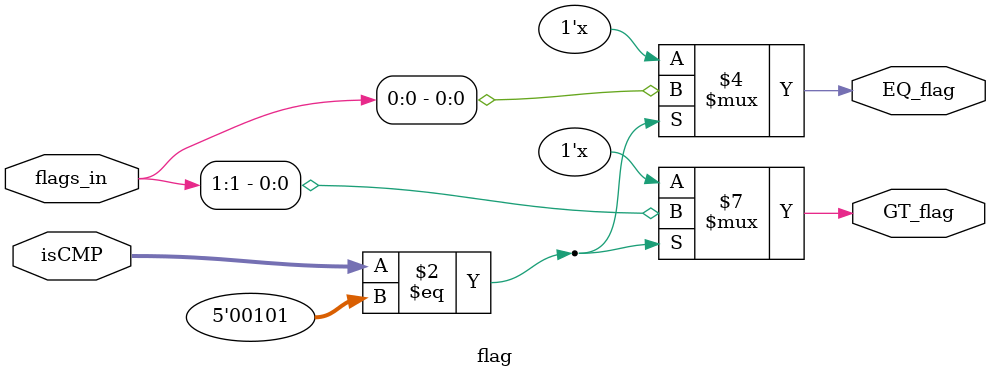
<source format=v>
module flag(isCMP,flags_in,GT_flag,EQ_flag);
input [1:0]flags_in;
input [4:0]isCMP;
output reg GT_flag;
output reg EQ_flag;

always @(*)
begin
    if(isCMP == 5'b00101)
    begin
         GT_flag <= flags_in[1] ;
         EQ_flag <= flags_in[0];
    end
    else
    begin
        GT_flag <= GT_flag ; // Else retain previous values
        EQ_flag <= EQ_flag;   
    end
    
end
 endmodule   
    


</source>
